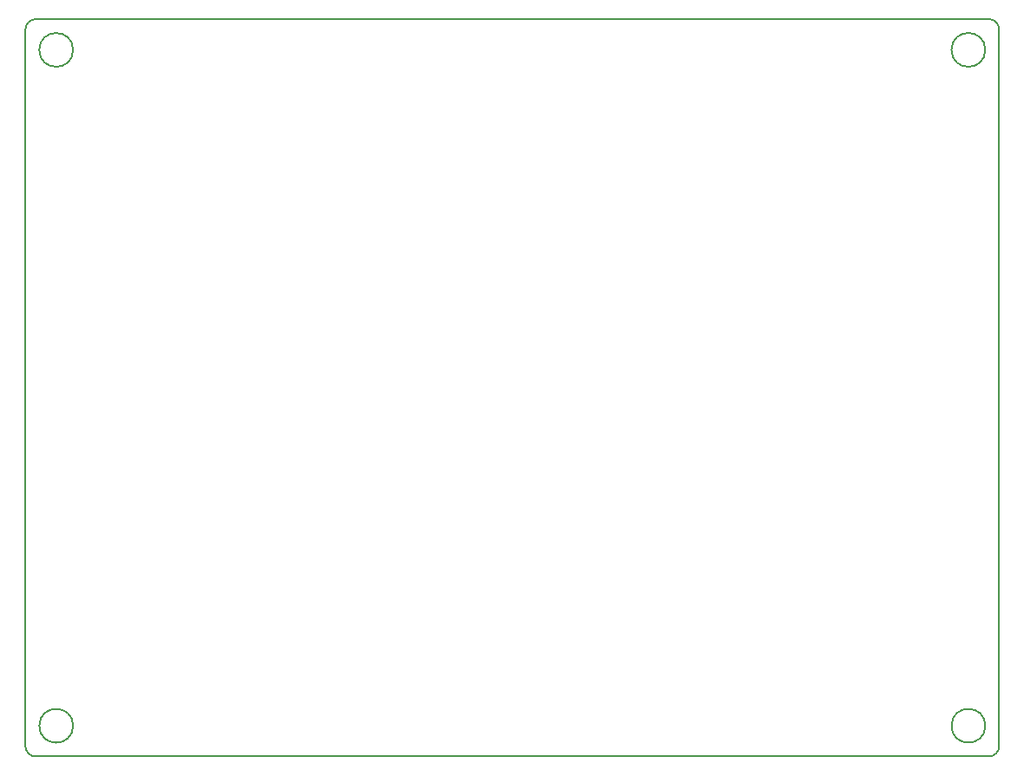
<source format=gm1>
G04 #@! TF.GenerationSoftware,KiCad,Pcbnew,(6.0.7)*
G04 #@! TF.CreationDate,2023-03-01T16:32:28+09:00*
G04 #@! TF.ProjectId,main,6d61696e-2e6b-4696-9361-645f70636258,rev?*
G04 #@! TF.SameCoordinates,Original*
G04 #@! TF.FileFunction,Profile,NP*
%FSLAX46Y46*%
G04 Gerber Fmt 4.6, Leading zero omitted, Abs format (unit mm)*
G04 Created by KiCad (PCBNEW (6.0.7)) date 2023-03-01 16:32:28*
%MOMM*%
%LPD*%
G01*
G04 APERTURE LIST*
G04 #@! TA.AperFunction,Profile*
%ADD10C,0.200000*%
G04 #@! TD*
G04 APERTURE END LIST*
D10*
X98575000Y-132550000D02*
G75*
G03*
X98575000Y-132550000I-1650000J0D01*
G01*
X93925000Y-134550000D02*
X93925000Y-64550000D01*
X187925000Y-135550000D02*
X94925000Y-135550000D01*
X187575000Y-132550000D02*
G75*
G03*
X187575000Y-132550000I-1650000J0D01*
G01*
X98575000Y-66550000D02*
G75*
G03*
X98575000Y-66550000I-1650000J0D01*
G01*
X94925000Y-63550000D02*
X187925000Y-63550000D01*
X187925000Y-135550000D02*
G75*
G03*
X188925000Y-134550000I0J1000000D01*
G01*
X188925000Y-64550000D02*
X188925000Y-134550000D01*
X187575000Y-66550000D02*
G75*
G03*
X187575000Y-66550000I-1650000J0D01*
G01*
X94925000Y-63550000D02*
G75*
G03*
X93925000Y-64550000I0J-1000000D01*
G01*
X188925000Y-64550000D02*
G75*
G03*
X187925000Y-63550000I-1000000J0D01*
G01*
X93925000Y-134550000D02*
G75*
G03*
X94925000Y-135550000I1000000J0D01*
G01*
M02*

</source>
